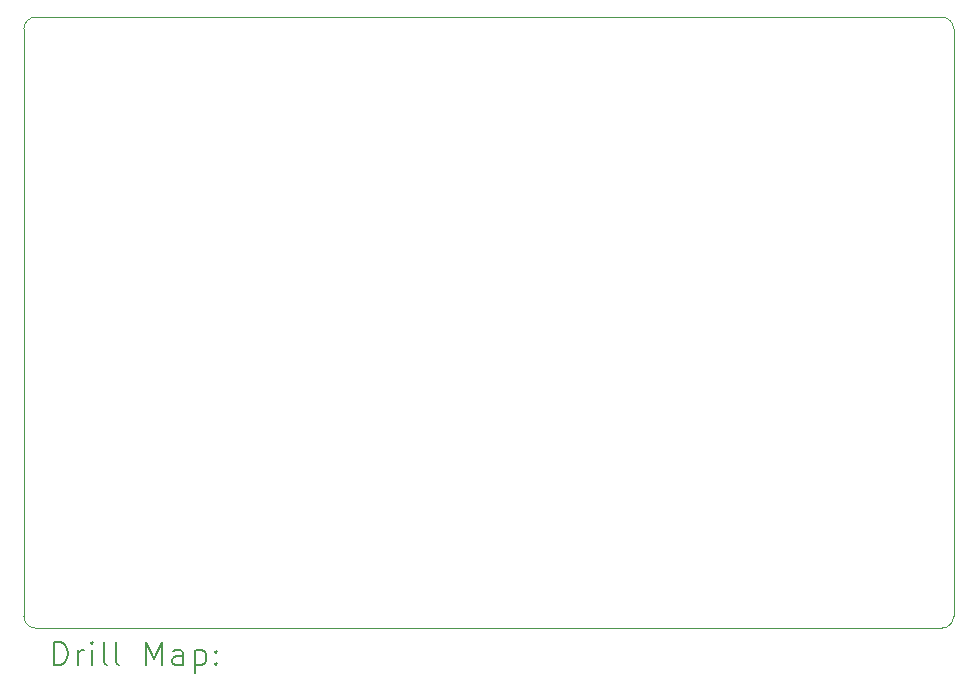
<source format=gbr>
%TF.GenerationSoftware,KiCad,Pcbnew,7.0.5*%
%TF.CreationDate,2025-04-23T02:04:17+08:00*%
%TF.ProjectId,touch-test-board,746f7563-682d-4746-9573-742d626f6172,rev?*%
%TF.SameCoordinates,Original*%
%TF.FileFunction,Drillmap*%
%TF.FilePolarity,Positive*%
%FSLAX45Y45*%
G04 Gerber Fmt 4.5, Leading zero omitted, Abs format (unit mm)*
G04 Created by KiCad (PCBNEW 7.0.5) date 2025-04-23 02:04:17*
%MOMM*%
%LPD*%
G01*
G04 APERTURE LIST*
%ADD10C,0.100000*%
%ADD11C,0.200000*%
G04 APERTURE END LIST*
D10*
X10444961Y-7302700D02*
X18116765Y-7302700D01*
X18216760Y-7402700D02*
G75*
G03*
X18116765Y-7302700I-100000J0D01*
G01*
X10344961Y-12375857D02*
X10344961Y-7402700D01*
X10344963Y-12375857D02*
G75*
G03*
X10444961Y-12475857I99997J-3D01*
G01*
X18216765Y-7402700D02*
X18216765Y-12375857D01*
X18116765Y-12475865D02*
G75*
G03*
X18216765Y-12375857I5J99995D01*
G01*
X18116765Y-12475857D02*
X10444961Y-12475857D01*
X10444961Y-7302701D02*
G75*
G03*
X10344961Y-7402700I-1J-99999D01*
G01*
D11*
X10600738Y-12792349D02*
X10600738Y-12592349D01*
X10600738Y-12592349D02*
X10648357Y-12592349D01*
X10648357Y-12592349D02*
X10676928Y-12601872D01*
X10676928Y-12601872D02*
X10695976Y-12620920D01*
X10695976Y-12620920D02*
X10705500Y-12639968D01*
X10705500Y-12639968D02*
X10715024Y-12678063D01*
X10715024Y-12678063D02*
X10715024Y-12706634D01*
X10715024Y-12706634D02*
X10705500Y-12744729D01*
X10705500Y-12744729D02*
X10695976Y-12763777D01*
X10695976Y-12763777D02*
X10676928Y-12782825D01*
X10676928Y-12782825D02*
X10648357Y-12792349D01*
X10648357Y-12792349D02*
X10600738Y-12792349D01*
X10800738Y-12792349D02*
X10800738Y-12659015D01*
X10800738Y-12697110D02*
X10810262Y-12678063D01*
X10810262Y-12678063D02*
X10819786Y-12668539D01*
X10819786Y-12668539D02*
X10838833Y-12659015D01*
X10838833Y-12659015D02*
X10857881Y-12659015D01*
X10924547Y-12792349D02*
X10924547Y-12659015D01*
X10924547Y-12592349D02*
X10915024Y-12601872D01*
X10915024Y-12601872D02*
X10924547Y-12611396D01*
X10924547Y-12611396D02*
X10934071Y-12601872D01*
X10934071Y-12601872D02*
X10924547Y-12592349D01*
X10924547Y-12592349D02*
X10924547Y-12611396D01*
X11048357Y-12792349D02*
X11029309Y-12782825D01*
X11029309Y-12782825D02*
X11019786Y-12763777D01*
X11019786Y-12763777D02*
X11019786Y-12592349D01*
X11153119Y-12792349D02*
X11134071Y-12782825D01*
X11134071Y-12782825D02*
X11124547Y-12763777D01*
X11124547Y-12763777D02*
X11124547Y-12592349D01*
X11381690Y-12792349D02*
X11381690Y-12592349D01*
X11381690Y-12592349D02*
X11448357Y-12735206D01*
X11448357Y-12735206D02*
X11515024Y-12592349D01*
X11515024Y-12592349D02*
X11515024Y-12792349D01*
X11695976Y-12792349D02*
X11695976Y-12687587D01*
X11695976Y-12687587D02*
X11686452Y-12668539D01*
X11686452Y-12668539D02*
X11667405Y-12659015D01*
X11667405Y-12659015D02*
X11629309Y-12659015D01*
X11629309Y-12659015D02*
X11610262Y-12668539D01*
X11695976Y-12782825D02*
X11676928Y-12792349D01*
X11676928Y-12792349D02*
X11629309Y-12792349D01*
X11629309Y-12792349D02*
X11610262Y-12782825D01*
X11610262Y-12782825D02*
X11600738Y-12763777D01*
X11600738Y-12763777D02*
X11600738Y-12744729D01*
X11600738Y-12744729D02*
X11610262Y-12725682D01*
X11610262Y-12725682D02*
X11629309Y-12716158D01*
X11629309Y-12716158D02*
X11676928Y-12716158D01*
X11676928Y-12716158D02*
X11695976Y-12706634D01*
X11791214Y-12659015D02*
X11791214Y-12859015D01*
X11791214Y-12668539D02*
X11810262Y-12659015D01*
X11810262Y-12659015D02*
X11848357Y-12659015D01*
X11848357Y-12659015D02*
X11867405Y-12668539D01*
X11867405Y-12668539D02*
X11876928Y-12678063D01*
X11876928Y-12678063D02*
X11886452Y-12697110D01*
X11886452Y-12697110D02*
X11886452Y-12754253D01*
X11886452Y-12754253D02*
X11876928Y-12773301D01*
X11876928Y-12773301D02*
X11867405Y-12782825D01*
X11867405Y-12782825D02*
X11848357Y-12792349D01*
X11848357Y-12792349D02*
X11810262Y-12792349D01*
X11810262Y-12792349D02*
X11791214Y-12782825D01*
X11972166Y-12773301D02*
X11981690Y-12782825D01*
X11981690Y-12782825D02*
X11972166Y-12792349D01*
X11972166Y-12792349D02*
X11962643Y-12782825D01*
X11962643Y-12782825D02*
X11972166Y-12773301D01*
X11972166Y-12773301D02*
X11972166Y-12792349D01*
X11972166Y-12668539D02*
X11981690Y-12678063D01*
X11981690Y-12678063D02*
X11972166Y-12687587D01*
X11972166Y-12687587D02*
X11962643Y-12678063D01*
X11962643Y-12678063D02*
X11972166Y-12668539D01*
X11972166Y-12668539D02*
X11972166Y-12687587D01*
M02*

</source>
